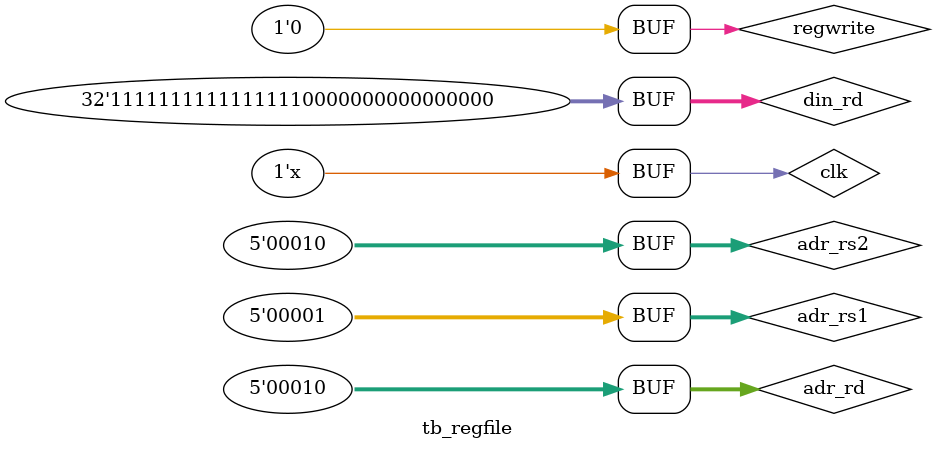
<source format=sv>
`timescale 1ns / 1ps


module tb_regfile(

    );
    
    reg clk,regwrite;
    reg [4:0]adr_rs1,adr_rs2,adr_rd;
    reg [31:0]dout_rs1,dout_rs2,din_rd;
    Regfile uut(
        .clk(clk),
        .adr_rs1(adr_rs1),
        .adr_rs2(adr_rs2),
        .adr_rd(adr_rd),
        .dout_rs1(dout_rs1),
        .dout_rs2(dout_rs2),
        .din_rd(din_rd),
        .regwrite(regwrite)
        );
     initial begin
        clk=1'b0;
     end
     
     always #5 clk=!clk;
     
     initial begin
        adr_rs1=5'b00001;
        adr_rs2=5'b00010;
        adr_rd=5'b000001;
        din_rd=32'hFFFFFFFF;
        regwrite=1'b0;
        #17
        regwrite=1'b1;
        #15
        adr_rd=5'b00010;
        din_rd=43'hFFFF0000;
        #15
        regwrite=1'b0;
        
     end
endmodule

</source>
